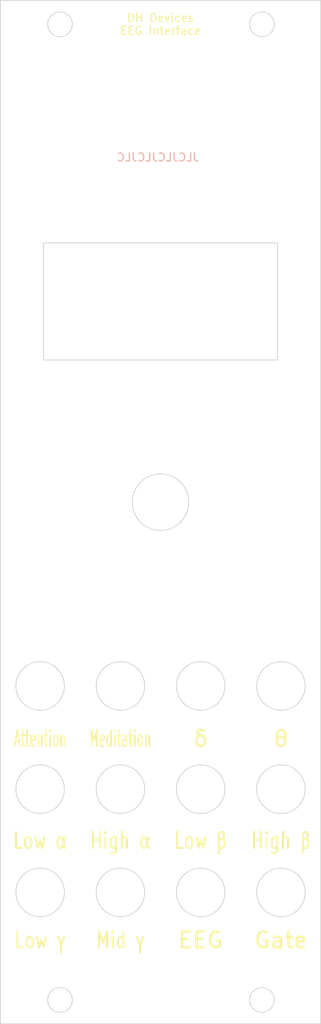
<source format=kicad_pcb>
(kicad_pcb (version 20211014) (generator pcbnew)

  (general
    (thickness 1.6)
  )

  (paper "A4")
  (layers
    (0 "F.Cu" signal)
    (31 "B.Cu" signal)
    (32 "B.Adhes" user "B.Adhesive")
    (33 "F.Adhes" user "F.Adhesive")
    (34 "B.Paste" user)
    (35 "F.Paste" user)
    (36 "B.SilkS" user "B.Silkscreen")
    (37 "F.SilkS" user "F.Silkscreen")
    (38 "B.Mask" user)
    (39 "F.Mask" user)
    (40 "Dwgs.User" user "User.Drawings")
    (41 "Cmts.User" user "User.Comments")
    (42 "Eco1.User" user "User.Eco1")
    (43 "Eco2.User" user "User.Eco2")
    (44 "Edge.Cuts" user)
    (45 "Margin" user)
    (46 "B.CrtYd" user "B.Courtyard")
    (47 "F.CrtYd" user "F.Courtyard")
    (48 "B.Fab" user)
    (49 "F.Fab" user)
    (50 "User.1" user)
    (51 "User.2" user)
    (52 "User.3" user)
    (53 "User.4" user)
    (54 "User.5" user)
    (55 "User.6" user)
    (56 "User.7" user)
    (57 "User.8" user)
    (58 "User.9" user)
  )

  (setup
    (pad_to_mask_clearance 0)
    (pcbplotparams
      (layerselection 0x00010fc_ffffffff)
      (disableapertmacros false)
      (usegerberextensions true)
      (usegerberattributes false)
      (usegerberadvancedattributes false)
      (creategerberjobfile false)
      (svguseinch false)
      (svgprecision 6)
      (excludeedgelayer true)
      (plotframeref false)
      (viasonmask false)
      (mode 1)
      (useauxorigin false)
      (hpglpennumber 1)
      (hpglpenspeed 20)
      (hpglpendiameter 15.000000)
      (dxfpolygonmode true)
      (dxfimperialunits true)
      (dxfusepcbnewfont true)
      (psnegative false)
      (psa4output false)
      (plotreference true)
      (plotvalue false)
      (plotinvisibletext false)
      (sketchpadsonfab false)
      (subtractmaskfromsilk true)
      (outputformat 1)
      (mirror false)
      (drillshape 0)
      (scaleselection 1)
      (outputdirectory "gerbers")
    )
  )

  (net 0 "")

  (gr_circle (center 5 86.08) (end 8.05 86.08) (layer "Edge.Cuts") (width 0.1) (fill none) (tstamp 06ccafb4-dfff-4a91-ac6f-c020159f0938))
  (gr_circle (center 15.1 112) (end 18.15 112) (layer "Edge.Cuts") (width 0.1) (fill none) (tstamp 256f0432-28a3-47ae-a871-c751dfc17720))
  (gr_circle (center 20.15 63) (end 23.7 63) (layer "Edge.Cuts") (width 0.1) (fill none) (tstamp 2882f607-becf-44f3-bb54-c98f33f55c02))
  (gr_circle (center 7.5 125.5) (end 9.05 125.5) (layer "Edge.Cuts") (width 0.1) (fill none) (tstamp 337ae5b9-878d-4a35-87e9-bc33b2ce3ed4))
  (gr_circle (center 25.2 86.08) (end 28.25 86.08) (layer "Edge.Cuts") (width 0.1) (fill none) (tstamp 42792535-e919-4b12-98d9-e80b4f90e678))
  (gr_circle (center 32.9 3) (end 34.45 3) (layer "Edge.Cuts") (width 0.1) (fill none) (tstamp 5e859554-7c83-40ee-9b23-fd21719dfc27))
  (gr_circle (center 32.9 125.5) (end 34.45 125.5) (layer "Edge.Cuts") (width 0.1) (fill none) (tstamp 76abae1f-ad2d-4be5-bc2a-ded50687e038))
  (gr_rect (start 5.44 30.45) (end 34.86 45.15) (layer "Edge.Cuts") (width 0.1) (fill none) (tstamp 8ba28c5d-0759-49ba-92bd-cf3e224e95aa))
  (gr_circle (center 35.3 86.08) (end 38.35 86.08) (layer "Edge.Cuts") (width 0.1) (fill none) (tstamp 92248792-a6c1-4e52-879e-cdd8a81fb3bc))
  (gr_circle (center 5 112) (end 8.05 112) (layer "Edge.Cuts") (width 0.1) (fill none) (tstamp 94db7101-5710-405c-8385-d12ccd5c592a))
  (gr_circle (center 15.1 86.08) (end 18.15 86.08) (layer "Edge.Cuts") (width 0.1) (fill none) (tstamp 9a4d28ad-9bb0-404f-b305-a3fc795398f3))
  (gr_circle (center 25.2 112) (end 28.25 112) (layer "Edge.Cuts") (width 0.1) (fill none) (tstamp 9c421a8d-84c6-4894-b929-7cee4f47d057))
  (gr_circle (center 15.1 99.04) (end 18.15 99.04) (layer "Edge.Cuts") (width 0.1) (fill none) (tstamp 9de5d3b5-d45d-4319-aaf6-b7be23eb4e4d))
  (gr_circle (center 35.3 99.04) (end 38.35 99.04) (layer "Edge.Cuts") (width 0.1) (fill none) (tstamp a379a3bc-cc9b-4f54-b6cb-9ea958c6ad19))
  (gr_circle (center 7.5 3) (end 9.05 3) (layer "Edge.Cuts") (width 0.1) (fill none) (tstamp a7380cc3-ea92-4e1f-8fa6-1a779ab508ac))
  (gr_rect (start 0 0) (end 40.3 128.5) (layer "Edge.Cuts") (width 0.1) (fill none) (tstamp ae7d6fbf-88ea-4645-9392-d7ea06ed1f8c))
  (gr_circle (center 5 99.04) (end 8.05 99.04) (layer "Edge.Cuts") (width 0.1) (fill none) (tstamp bec00883-308f-411c-9450-1ead7eb5329a))
  (gr_circle (center 35.3 112) (end 38.35 112) (layer "Edge.Cuts") (width 0.1) (fill none) (tstamp d8898174-2fd8-48c2-9f26-379e90ee9fa8))
  (gr_circle (center 25.2 99.04) (end 28.25 99.04) (layer "Edge.Cuts") (width 0.1) (fill none) (tstamp dca8819e-0d40-457f-99be-ba719aff218e))
  (gr_text "JLCJLCJLCJLC" (at 19.8 19.7) (layer "B.SilkS") (tstamp 64f21b2e-185c-43be-9b18-3ee5029ac298)
    (effects (font (size 1 1) (thickness 0.15)) (justify mirror))
  )
  (gr_text "δ" (at 25.2 92.7) (layer "F.SilkS") (tstamp 07df7b3e-f37f-45f0-8e37-763c03f1adb9)
    (effects (font (size 2 2) (thickness 0.3)))
  )
  (gr_text "Meditation" (at 15.1 92.7) (layer "F.SilkS") (tstamp 586a46c3-8fae-4ebc-a98e-8d58ca1c85ad)
    (effects (font (size 2 1) (thickness 0.2)))
  )
  (gr_text "Gate" (at 35.3 118) (layer "F.SilkS") (tstamp 612a2397-dea8-4712-bcc4-e36de1e3bf70)
    (effects (font (size 2 2) (thickness 0.3)))
  )
  (gr_text "Attention" (at 5 92.7) (layer "F.SilkS") (tstamp 82fc0d23-e7b0-4e46-8dfe-36174164f0cc)
    (effects (font (size 2 1) (thickness 0.2)))
  )
  (gr_text "Mid γ" (at 15.1 118) (layer "F.SilkS") (tstamp 91643486-f0c2-4d74-98de-415ee40b1a66)
    (effects (font (size 2 1.5) (thickness 0.25)))
  )
  (gr_text "Low γ" (at 5 118) (layer "F.SilkS") (tstamp b208cad5-e1c9-470b-95ce-93814f363307)
    (effects (font (size 2 1.5) (thickness 0.25)))
  )
  (gr_text "High α" (at 15.1 105.5) (layer "F.SilkS") (tstamp babbc4d8-8f1b-4190-8c4d-cfad5d46e76f)
    (effects (font (size 2 1.5) (thickness 0.25)))
  )
  (gr_text "High β" (at 35.3 105.5) (layer "F.SilkS") (tstamp c274902b-8951-46c6-9572-8f11fe0bcd73)
    (effects (font (size 2 1.5) (thickness 0.25)))
  )
  (gr_text "DH Devices\nEEG Interface" (at 20.15 3) (layer "F.SilkS") (tstamp cc7c8612-6b8e-4918-a3be-3fd5abb400eb)
    (effects (font (size 1 1) (thickness 0.15)))
  )
  (gr_text "EEG" (at 25.2 118) (layer "F.SilkS") (tstamp d398c35f-90a3-4b0c-8e25-f5a39a94d27f)
    (effects (font (size 2 2) (thickness 0.3)))
  )
  (gr_text "Low α" (at 5 105.5) (layer "F.SilkS") (tstamp d5971bba-31e8-40a4-bb62-4a763f2fbe23)
    (effects (font (size 2 1.5) (thickness 0.25)))
  )
  (gr_text "Low β" (at 25.2 105.5) (layer "F.SilkS") (tstamp d712a2e7-8114-4cf2-97da-f6ee96155643)
    (effects (font (size 2 1.5) (thickness 0.25)))
  )
  (gr_text "θ" (at 35.3 92.7) (layer "F.SilkS") (tstamp d7b9f525-ce67-425f-a484-7edfa7a0636a)
    (effects (font (size 2 2) (thickness 0.3)))
  )

)

</source>
